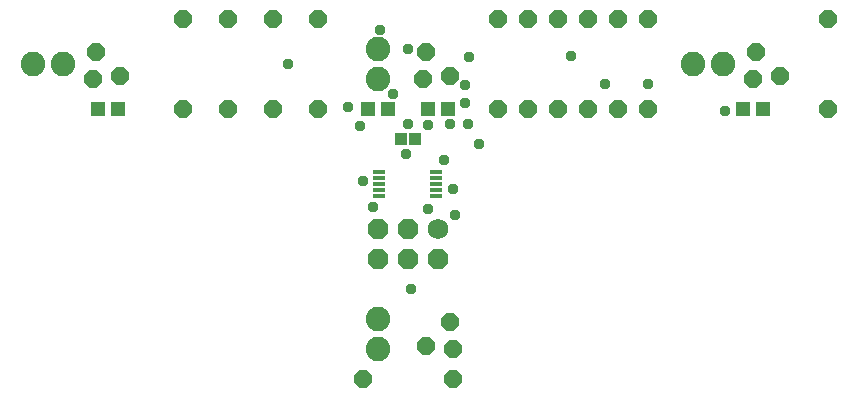
<source format=gts>
G75*
%MOIN*%
%OFA0B0*%
%FSLAX25Y25*%
%IPPOS*%
%LPD*%
%AMOC8*
5,1,8,0,0,1.08239X$1,22.5*
%
%ADD10R,0.05131X0.04737*%
%ADD11OC8,0.06000*%
%ADD12C,0.06800*%
%ADD13OC8,0.06800*%
%ADD14C,0.08200*%
%ADD15R,0.04331X0.01575*%
%ADD16R,0.04146X0.04343*%
%ADD17C,0.03778*%
D10*
X0078654Y0137000D03*
X0085346Y0137000D03*
X0168654Y0137000D03*
X0175346Y0137000D03*
X0188654Y0137000D03*
X0195346Y0137000D03*
X0293654Y0137000D03*
X0300346Y0137000D03*
D11*
X0167000Y0047000D03*
X0188000Y0058000D03*
X0197000Y0057000D03*
X0196000Y0066000D03*
X0197000Y0047000D03*
X0212000Y0137000D03*
X0222000Y0137000D03*
X0232000Y0137000D03*
X0242000Y0137000D03*
X0252000Y0137000D03*
X0262000Y0137000D03*
X0297000Y0147000D03*
X0306000Y0148000D03*
X0298000Y0156000D03*
X0322000Y0167000D03*
X0322000Y0137000D03*
X0262000Y0167000D03*
X0252000Y0167000D03*
X0242000Y0167000D03*
X0232000Y0167000D03*
X0222000Y0167000D03*
X0212000Y0167000D03*
X0188000Y0156000D03*
X0196000Y0148000D03*
X0187000Y0147000D03*
X0152000Y0137000D03*
X0137000Y0137000D03*
X0122000Y0137000D03*
X0107000Y0137000D03*
X0086000Y0148000D03*
X0077000Y0147000D03*
X0078000Y0156000D03*
X0107000Y0167000D03*
X0122000Y0167000D03*
X0137000Y0167000D03*
X0152000Y0167000D03*
D12*
X0192000Y0097000D03*
D13*
X0182000Y0097000D03*
X0172000Y0097000D03*
X0172000Y0087000D03*
X0182000Y0087000D03*
X0192000Y0087000D03*
D14*
X0172000Y0067000D03*
X0172000Y0057000D03*
X0172000Y0147000D03*
X0172000Y0157000D03*
X0067000Y0152000D03*
X0057000Y0152000D03*
X0277000Y0152000D03*
X0287000Y0152000D03*
D15*
X0191449Y0115937D03*
X0191449Y0113969D03*
X0191449Y0112000D03*
X0191449Y0110031D03*
X0191449Y0108063D03*
X0172551Y0108063D03*
X0172551Y0110031D03*
X0172551Y0112000D03*
X0172551Y0113969D03*
X0172551Y0115937D03*
D16*
X0179717Y0127000D03*
X0184283Y0127000D03*
D17*
X0188600Y0131600D03*
X0182000Y0132000D03*
X0196178Y0132000D03*
X0202000Y0132000D03*
X0201200Y0138900D03*
X0201047Y0145015D03*
X0202500Y0154200D03*
X0182000Y0157000D03*
X0172900Y0163300D03*
X0142000Y0152000D03*
X0162000Y0137700D03*
X0166100Y0131400D03*
X0181552Y0122021D03*
X0194119Y0119892D03*
X0205833Y0125362D03*
X0197108Y0110100D03*
X0188700Y0103500D03*
X0197797Y0101515D03*
X0170400Y0104300D03*
X0167200Y0112900D03*
X0177000Y0142000D03*
X0236500Y0154611D03*
X0247800Y0145400D03*
X0262200Y0145400D03*
X0287600Y0136100D03*
X0183000Y0077000D03*
M02*

</source>
